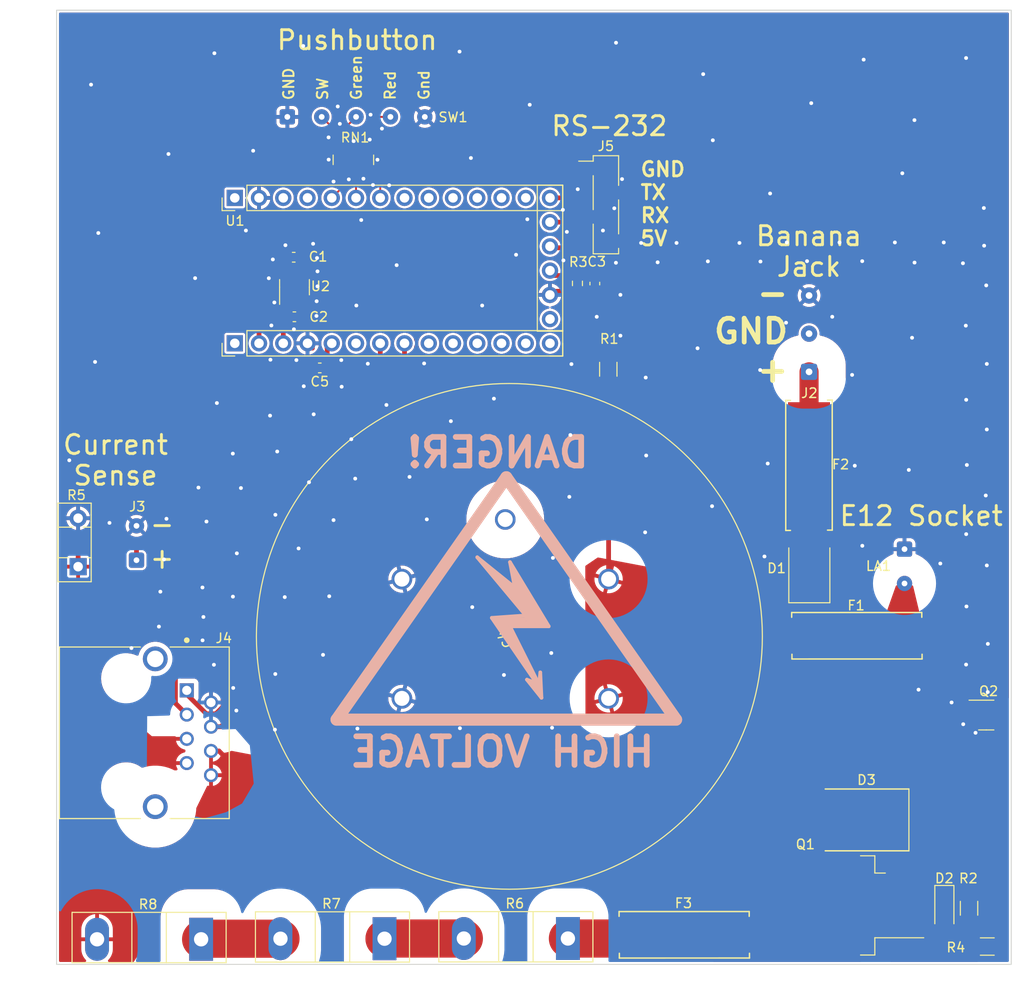
<source format=kicad_pcb>
(kicad_pcb (version 20221018) (generator pcbnew)
  (layers (0 "F.Cu" signal) (31 "B.Cu" signal) (34 "B.Paste" user) (35 "F.Paste" user) (36 "B.SilkS" user "B.Silkscreen") (37 "F.SilkS" user "F.Silkscreen") (38 "B.Mask" user) (39 "F.Mask" user) (44 "Edge.Cuts" user))
  (net 0 "")
  (net 1 "/0-200V")
  (net 2 "GND")
  (net 3 "/Aref")
  (net 4 "Net-(D2-A)")
  (net 6 "+5V")
  (net 7 "/Vsense")
  (net 8 "/Isense")
  (net 14 "+3.3V")
  (net 16 "Net-(D1-A)")
  (net 17 "Net-(D3-A)")
  (net 18 "/Power supply+")
  (net 19 "Earth_Protective")
  (net 20 "/Green_LED")
  (net 21 "/Red_LED")
  (net 24 "+9V")
  (net 25 "/RS-232 Tx")
  (net 26 "/RS-232 Rx")
  (net 27 "/Door safety interlock")
  (net 28 "/Trap door sensor")
  (net 29 "/LED+")
  (net 30 "/LED_trigger")
  (net 31 "/Pushbutton")
  (net 33 "Net-(LA1-R2.1)")
  (net 34 "Net-(F3-Pad1)")
  (net 35 "Net-(Q2-D)")
  (net 36 "Net-(RN1-R1.1)")
  (net 37 "Net-(RN1-R3.1)")
  (net 38 "Net-(RN1-R4.1)")
  (net 39 "Net-(RN1-R5.2)")
  (net 42 "Net-(RN1-R2.2)")
  (net 43 "Net-(R6-Pad2)")
  (net 44 "Net-(R7-Pad2)")
  (footprint "Connector_Wire:SolderWire-0.1sqmm_1x02_P3.6mm_D0.4mm_OD1mm" (layer "F.Cu") (at 28.37 72.64 90)
    (fp_text reference "J3")
    (fp_text value "Conn_Coaxial")
  )
  (footprint "Resistor_SMD:R_0603_1608Metric" (layer "F.Cu") (at 74.56 43.63 -90)
    (fp_text reference "R3")
    (fp_text value "20k")
  )
  (footprint "Package_TO_SOT_THT:TO-247-2_Vertical" (layer "F.Cu") (at 54.35 112.31 180)
    (fp_text reference "R7")
    (fp_text value "10")
  )
  (footprint "Capacitor_SMD:C_0603_1608Metric" (layer "F.Cu") (at 76.38 43.65 -90)
    (fp_text reference "C3")
    (fp_text value "1nF")
  )
  (footprint "Resistor_SMD:R_Array_Convex_8x0602" (layer "F.Cu") (at 51.09 30.68 -90)
    (fp_text reference "RN1")
    (fp_text value "R_Pack08")
  )
  (footprint "Custom footprints:P26_DO-214AA_SMB" (layer "F.Cu") (at 98.85 75.65 90)
    (fp_text reference "D1")
    (fp_text value "D")
  )
  (footprint "Capacitor_SMD:C_0603_1608Metric" (layer "F.Cu") (at 44.91 47.13)
    (fp_text reference "C2")
    (fp_text value "1nF")
  )
  (footprint "Connector_Wire:SolderWire-0.15sqmm_1x03_P4mm_D0.5mm_OD1.5mm" (layer "F.Cu") (at 98.82 52.9 90)
    (fp_text reference "J2")
    (fp_text value "3x Banana Jack")
  )
  (footprint "Diode_SMD:D_SOD-123" (layer "F.Cu") (at 112.995 109.0925 -90)
    (fp_text reference "D2")
    (fp_text value "15V Zener")
  )
  (footprint "Package_TO_SOT_SMD:SOT-23-6" (layer "F.Cu") (at 44.92 44.03 90)
    (fp_text reference "U2")
    (fp_text value "4.096V")
  )
  (footprint "Connector_Wire:SolderWire-0.1sqmm_1x05_P3.6mm_D0.4mm_OD1mm" (layer "F.Cu") (at 44.17 26.18)
    (fp_text reference "SW1")
    (fp_text value "SW_Push_LED")
  )
  (footprint "Package_TO_SOT_SMD:SOT-23-3" (layer "F.Cu") (at 117.38 88.87)
    (fp_text reference "Q2")
    (fp_text value "TN2124")
  )
  (footprint "Custom footprints:SMDJSeries_LTF" (layer "F.Cu") (at 104.7092 99.86 180)
    (fp_text reference "D3")
    (fp_text value "TVS" hide)
  )
  (footprint "Capacitor_SMD:C_0603_1608Metric" (layer "F.Cu") (at 47.57 52.49 180)
    (fp_text reference "C5")
    (fp_text value "1nF")
  )
  (footprint "Package_TO_SOT_THT:TO-126-2_Vertical" (layer "F.Cu") (at 22.255 73.32 90)
    (fp_text reference "R5")
    (fp_text value "1")
  )
  (footprint "Custom footprints:FUSE_OMF250_SCH" (layer "F.Cu") (at 104.42 80.56681 180)
    (fp_text reference "F1")
    (fp_text value "Fuse" hide)
  )
  (footprint "Connector_PinHeader_2.54mm:PinHeader_1x04_P2.54mm_Vertical_SMD_Pin1Left" (layer "F.Cu") (at 77.54 35.39)
    (fp_text reference "J5")
    (fp_text value "Conn_01x04_Pin")
  )
  (footprint "Custom footprints:FUSE_OMF250_SCH" (layer "F.Cu") (at 85.16 111.89319)
    (fp_text reference "F3")
    (fp_text value "Fuse" hide)
  )
  (footprint "Resistor_SMD:R_1206_3216Metric" (layer "F.Cu") (at 117.49 113.13)
    (fp_text reference "R4")
    (fp_text value "100k")
  )
  (footprint "Package_TO_SOT_SMD:TO-263-2" (layer "F.Cu") (at 100.885 108.82 180)
    (fp_text reference "Q1")
    (fp_text value "PMOS")
  )
  (footprint "Custom footprints:FUSE_OMF250_SCH" (layer "F.Cu") (at 98.82 62.1 -90)
    (fp_text reference "F2")
    (fp_text value "Fuse" hide)
  )
  (footprint "Package_TO_SOT_THT:TO-247-2_Vertical" (layer "F.Cu") (at 73.56 112.29 180)
    (fp_text reference "R6")
    (fp_text value "10")
  )
  (footprint "Resistor_SMD:R_1206_3216Metric" (layer "F.Cu") (at 77.79 52.63 90)
    (fp_text reference "R1")
    (fp_text value "1M")
  )
  (footprint "Custom footprints:Itsy Bitsy 32u4" (layer "F.Cu") (at 35.365 48.11 90)
    (fp_text reference "U1")
    (fp_text value "Itsy_Bitsy_32u4")
  )
  (footprint "Custom footprints:ALF20G302KP400" (layer "F.Cu") (at 56.17167 87.12334 120)
    (fp_text reference "C4")
    (fp_text value "3mF")
  )
  (footprint "Resistor_SMD:R_1206_3216Metric" (layer "F.Cu") (at 115.58 109.12 -90)
    (fp_text reference "R2")
    (fp_text value "100k")
  )
  (footprint "Custom footprints:BEL_SS71800-019F" (layer "F.Cu") (at 27.285 90.72825 -90)
    (fp_text reference "J4")
    (fp_text value "8P8C_Shielded")
  )
  (footprint "Package_TO_SOT_THT:TO-247-2_Vertical" (layer "F.Cu") (at 35.14 112.37 180)
    (fp_text reference "R8")
    (fp_text value "10")
  )
  (footprint "Capacitor_SMD:C_0603_1608Metric" (layer "F.Cu") (at 44.84 40.89)
    (fp_text reference "C1")
    (fp_text value "2.2µF")
  )
  (footprint "Connector_Wire:SolderWire-0.1sqmm_1x02_P3.6mm_D0.4mm_OD1mm" (layer "F.Cu") (at 108.82 71.48 -90)
    (fp_text reference "LA1")
    (fp_text value "E12 Socket")
  )
  (footprint "Custom footprints:Symbol_HighVoltage" (layer "B.Cu") (at 67.11 79.19 180)
    (fp_text reference "SYM1" hide)
    (fp_text value "SYM_Flash_Small")
  )
  (gr_rect (start 20 15) (end 120 115) (stroke (width 0.1)) (fill none) (layer "Edge.Cuts"))
  (gr_text "DANGER!" (at 76.06 63.12) (layer "B.SilkS") (effects (font (size 3 3) (thickness 0.6) bold) (justify left bottom mirror)))
  (gr_text "HIGH VOLTAGE" (at 82.93 94.49334) (layer "B.SilkS") (effects (font (size 3 3) (thickness 0.6) bold) (justify left bottom mirror)))
  (gr_text "GND\nTX\nRX\n5V" (at 81.02 39.8) (layer "F.SilkS") (effects (font (size 1.5 1.5) (thickness 0.3)) (justify left bottom)))
  (gr_text "GND\n\nSW\n\nGreen\n\nRed\n\nGnd" (at 59.13 24.53 90) (layer "F.SilkS") (effects (font (size 1.1 1.1) (thickness 0.2) bold) (justify left bottom)))
  (gr_text "Current\nSense" (at 26.17 62.16) (layer "F.SilkS") (effects (font (size 2 2) (thickness 0.3))))
  (gr_text "-\n+" (at 29.62 73.68) (layer "F.SilkS") (effects (font (size 2.2 2) (thickness 0.3)) (justify left bottom)))
  (gr_text "Banana\nJack" (at 98.8 40.28) (layer "F.SilkS") (effects (font (size 2 2) (thickness 0.3))))
  (gr_text "E12 Socket" (at 101.85 69.17) (layer "F.SilkS") (effects (font (size 2 2) (thickness 0.3)) (justify left bottom)))
  (gr_text "-\nGND\n+" (at 96.88 48.65) (layer "F.SilkS") (effects (font (size 2.5 2.5) (thickness 0.5) bold) (justify right)))
  (gr_text "Pushbutton" (at 51.48 18.13) (layer "F.SilkS") (effects (font (size 2 2) (thickness 0.3))))
  (gr_text "RS-232\n" (at 77.9 27.14) (layer "F.SilkS") (effects (font (size 2 2) (thickness 0.3))))
  (segment (start 114.53 107.35) (end 114.4375 107.4425) (width 0.5) (layer "F.Cu") (net 1))
  (segment (start 77.822306 74.62334) (end 77.822306 54.124806) (width 0.5) (layer "F.Cu") (net 1))
  (segment (start 115.58 107.6575) (end 114.8375 107.6575) (width 0.5) (layer "F.Cu") (net 1))
  (segment (start 114.8375 107.6575) (end 114.53 107.35) (width 0.5) (layer "F.Cu") (net 1))
  (segment (start 114.4375 107.4425) (end 112.995 107.4425) (width 0.5) (layer "F.Cu") (net 1))
  (segment (start 77.822306 54.124806) (end 77.79 54.0925) (width 0.5) (layer "F.Cu") (net 1))
  (segment (start 33.148 74.63195) (end 55.14 52.63995) (width 0.5) (layer "F.Cu") (net 2))
  (segment (start 34.548 82.84235) (end 34.548 75.21185) (width 0.5) (layer "F.Cu") (net 2))
  (segment (start 57.7 52.05985) (end 57.7 50.29) (width 0.5) (layer "F.Cu") (net 2))
  (segment (start 45.87 46.945) (end 45.685 47.13) (width 0.5) (layer "F.Cu") (net 2))
  (segment (start 57.685 50.275) (end 57.685 49.49) (width 0.25) (layer "F.Cu") (net 2))
  (segment (start 116.2425 90.7125) (end 116.26 90.73) (width 0.5) (layer "F.Cu") (net 2))
  (segment (start 55.145 48.045) (end 55.21 48.11) (width 0.5) (layer "F.Cu") (net 2))
  (segment (start 57.7 50.29) (end 57.685 50.275) (width 0.25) (layer "F.Cu") (net 2))
  (segment (start 55.29 47.9) (end 57.31 47.9) (width 0.5) (layer "F.Cu") (net 2))
  (segment (start 74.59 44.425) (end 74.56 44.455) (width 0.5) (layer "F.Cu") (net 2))
  (segment (start 44.92 42.8925) (end 44.92 41.585) (width 0.5) (layer "F.Cu") (net 2))
  (segment (start 114.98 89.82) (end 114.97 89.83) (width 0.5) (layer "F.Cu") (net 2))
  (segment (start 55.21 48.11) (end 55.21 49.306522) (width 0.5) (layer "F.Cu") (net 2))
  (segment (start 55.14 50.52) (end 55.14 49.376522) (width 0.2) (layer "F.Cu") (net 2))
  (segment (start 57.78 49.276522) (end 57.685 49.371522) (width 0.5) (layer "F.Cu") (net 2))
  (segment (start 34.548 75.21185) (end 57.7 52.05985) (width 0.5) (layer "F.Cu") (net 2))
  (segment (start 57.31 47.9) (end 57.78 48.37) (width 0.5) (layer "F.Cu") (net 2))
  (segment (start 55.21 49.306522) (end 55.145 49.371522) (width 0.5) (layer "F.Cu") (net 2))
  (segment (start 46.795 50.42) (end 46.285 49.91) (width 0.5) (layer "F.Cu") (net 2))
  (segment (start 44.92 41.585) (end 45.615 40.89) (width 0.5) (layer "F.Cu") (net 2))
  (segment (start 38.14 89.170525) (end 38.5 86.03) (width 0.5) (layer "F.Cu") (net 2))
  (segment (start 55.14 49.376522) (end 55.145 49.371522) (width 0.2) (layer "F.Cu") (net 2))
  (segment (start 45.87 45.1675) (end 45.87 46.945) (width 0.5) (layer "F.Cu") (net 2))
  (segment (start 74.56 44.455) (end 72.06 44.455) (width 0.5) (layer "F.Cu") (net 2))
  (segment (start 38.14 86.392) (end 38.09765 86.392) (width 0.5) (layer "F.Cu") (net 2))
  (segment (start 72.06 44.455) (end 71.675 44.84) (width 0.5) (layer "F.Cu") (net 2))
  (segment (start 57.78 48.37) (end 57.78 49.276522) (width 0.5) (layer "F.Cu") (net 2))
  (segment (start 55.29 47.9) (end 55.145 48.045) (width 0.5) (layer "F.Cu") (net 2))
  (segment (start 116.2425 89.82) (end 116.2425 90.7125) (width 0.5) (layer "F.Cu") (net 2))
  (segment (start 37.217275 90.09325) (end 38.14 89.170525) (width 0.5) (layer "F.Cu") (net 2))
  (segment (start 57.685 49.371522) (end 57.685 49.49) (width 0.5) (layer "F.Cu") (net 2))
  (segment (start 38.5 86.03) (end 38.14 86.392) (width 0.5) (layer "F.Cu") (net 2))
  (segment (start 76.38 44.425) (end 74.59 44.425) (width 0.5) (layer "F.Cu") (net 2))
  (segment (start 45.87 45.1675) (end 44.92 45.1675) (width 0.5) (layer "F.Cu") (net 2))
  (segment (start 36.175 90.09325) (end 37.217275 90.09325) (width 0.5) (layer "F.Cu") (net 2))
  (segment (start 55.14 52.63995) (end 55.14 50.52) (width 0.5) (layer "F.Cu") (net 2))
  (segment (start 44.92 42.8925) (end 44.92 45.1675) (width 0.5) (layer "F.Cu") (net 2))
  (segment (start 38.09765 86.392) (end 34.548 82.84235) (width 0.5) (layer "F.Cu") (net 2))
  (segment (start 116.2425 89.82) (end 114.98 89.82) (width 0.5) (layer "F.Cu") (net 2))
  (via (at 36.48 83.6) (size 0.8) (drill 0.4) (layers "F.Cu" "B.Cu") (net 2))
  (via (at 36.79 56.17) (size 0.8) (drill 0.4) (layers "F.Cu" "B.Cu") (net 2))
  (via (at 71.9 90.2) (size 0.8) (drill 0.4) (layers "F.Cu" "B.Cu") (net 2))
  (via (at 115.28 55.83) (size 0.8) (drill 0.4) (layers "F.Cu" "B.Cu") (net 2))
  (via (at 44.86 48.44) (size 0.8) (drill 0.4) (layers "F.Cu" "B.Cu") (net 2))
  (via (at 45.35 71.41) (size 0.8) (drill 0.4) (layers "F.Cu" "B.Cu") (net 2))
  (via (at 78.6 18.41) (size 0.8) (drill 0.4) (layers "F.Cu" "B.Cu") (net 2))
  (via (at 104.54 20.18) (size 0.8) (drill 0.4) (layers "F.Cu" "B.Cu") (net 2))
  (via (at 117.44 73.19) (size 0.8) (drill 0.4) (layers "F.Cu" "B.Cu") (net 2))
  (via (at 98.61 41.3) (size 0.8) (drill 0.4) (layers "F.Cu" "B.Cu") (net 2))
  (via (at 96.41 47.75) (size 0.8) (drill 0.4) (layers "F.Cu" "B.Cu") (net 2))
  (via (at 94.49 62.51) (size 0.8) (drill 0.4) (layers "F.Cu" "B.Cu") (net 2))
  (via (at 117.33 65.86) (size 0.8) (drill 0.4) (layers "F.Cu" "B.Cu") (net 2))
  (via (at 47.24 45.5) (size 0.8) (drill 0.4) (layers "F.Cu" "B.Cu") (net 2))
  (via (at 58.5 52.02) (size 0.8) (drill 0.4) (layers "F.Cu" "B.Cu") (net 2))
  (via (at 43.11 61.25) (size 0.8) (drill 0.4) (layers "F.Cu" "B.Cu") (net 2))
  (via (at 73.45 38.23) (size 0.8) (drill 0.4) (layers "F.Cu" "B.Cu") (net 2))
  (via (at 38.5 86.03) (size 0.8) (drill 0.4) (layers "F.Cu" "B.Cu") (net 2))
  (via (at 104.4 71.13) (size 0.8) (drill 0.4) (layers "F.Cu" "B.Cu") (net 2))
  (via (at 34.51 43.08) (size 0.8) (drill 0.4) (layers "F.Cu" "B.Cu") (net 2))
  (via (at 113.75 87.55) (size 0.8) (drill 0.4) (layers "F.Cu" "B.Cu") (net 2))
  (via (at 116.26 90.73) (size 0.8) (drill 0.4) (layers "F.Cu" "B.Cu") (net 2))
  (via (at 94.15 72.25) (size 0.8) (drill 0.4) (layers "F.Cu" "B.Cu") (net 2))
  (via (at 21.33 62.17) (size 0.8) (drill 0.4) (layers "F.Cu" "B.Cu") (net 2))
  (via (at 23.61 22.8) (size 0.8) (drill 0.4) (layers "F.Cu" "B.Cu") (net 2))
  (via (at 115.24 48.06) (size 0.8) (drill 0.4) (layers "F.Cu" "B.Cu") (net 2))
  (via (at 49.01 68.44) (size 0.8) (drill 0.4) (layers "F.Cu" "B.Cu") (net 2))
  (via (at 45.83 18.75) (size 0.8) (drill 0.4) (layers "F.Cu" "B.Cu") (net 2))
  (via (at 49.45 25.09) (size 0.8) (drill 0.4) (layers "F.Cu" "B.Cu") (net 2))
  (via (at 79.23 32.7) (size 0.8) (drill 0.4) (layers "F.Cu" "B.Cu") (net 2))
  (via (at 50.87 59.96) (size 0.8) (drill 0.4) (layers "F.Cu" "B.Cu") (net 2))
  (via (at 79.06 44.83) (size 0.8) (drill 0.4) (layers "F.Cu" "B.Cu") (net 2))
  (via (at 115.27 20.01) (size 0.8) (drill 0.4) (layers "F.Cu" "B.Cu") (net 2))
  (via (at 117.44 58.94) (size 0.8) (drill 0.4) (layers "F.Cu" "B.Cu") (net 2))
  (via (at 55.62 41.72) (size 0.8) (drill 0.4) (layers "F.Cu" "B.Cu") (net 2))
  (via (at 56.97 63.91) (size 0.8) (drill 0.4) (layers "F.Cu" "B.Cu") (net 2))
  (via (at 71.99 72.4) (size 0.8) (drill 0.4) (layers "F.Cu" "B.Cu") (net 2))
  (via (at 117.54 86.46) (size 0.8) (drill 0.4) (layers "F.Cu" "B.Cu") (net 2))
  (via (at 58.78 68.36) (size 0.8) (drill 0.4) (layers "F.Cu" "B.Cu") (net 2))
  (via (at 69.56 24.91) (size 0.8) (drill 0.4) (layers "F.Cu" "B.Cu") (net 2))
  (via (at 42.23 43.09) (size 0.8) (drill 0.4) (layers "F.Cu" "B.Cu") (net 2))
  (via (at 36.53 19.51) (size 0.8) (drill 0.4) (layers "F.Cu" "B.Cu") (net 2))
  (via (at 101.25 47.13) (size 0.8) (drill 0.4) (layers "F.Cu" "B.Cu") (net 2))
  (via (at 117.13 35.73) (size 0.8) (drill 0.4) (layers "F.Cu" "B.Cu") (net 2))
  (via (at 24.37 38.35) (size 0.8) (drill 0.4) (layers "F.Cu" "B.Cu") (net 2))
  (via (at 73.71 66) (size 0.8) (drill 0.4) (layers "F.Cu" "B.Cu") (net 2))
  (via (at 76.58 47.13) (size 0.8) (drill 0.4) (layers "F.Cu" "B.Cu") (net 2))
  (via (at 53.14 33.32) (size 0.8) (drill 0.4) (layers "F.Cu" "B.Cu") (net 2))
  (via (at 54.08 27.41) (size 0.8) (drill 0.4) (layers "F.Cu" "B.Cu") (net 2))
  (via (at 35.7 68.59) (size 0.8) (drill 0.4) (layers "F.Cu" "B.Cu") (net 2))
  (via (at 47.22 47.04) (size 0.8) (drill 0.4) (layers "F.Cu" "B.Cu") (net 2))
  (via (at 38.83 88.4) (size 0.8) (drill 0.4) (layers "F.Cu" "B.Cu") (net 2))
  (via (at 104.39 41.3) (size 0.8) (drill 0.4) (layers "F.Cu" "B.Cu") (net 2))
  (via (at 35.38 78.59) (size 0.8) (drill 0.4) (layers "F.Cu" "B.Cu") (net 2))
  (via (at 93.7 52.71) (size 0.8) (drill 0.4) (layers "F.Cu" "B.Cu") (net 2))
  (via (at 88.74 28.63) (size 0.8) (drill 0.4) (layers "F.Cu" "B.Cu") (net 2))
  (via (at 114.94 41.52) (size 0.8) (drill 0.4) (layers "F.Cu" "B.Cu") (net 2))
  (via (at 115.27 83.58) (size 0.8) (drill 0.4) (layers "F.Cu" "B.Cu") (net 2))
  (via (at 49.01 32.96) (size 0.8) (drill 0.4) (layers "F.Cu" "B.Cu") (net 2))
  (via (at 112.57 72.99) (size 0.8) (drill 0.4) (layers "F.Cu" "B.Cu") (net 2))
  (via (at 73.82 59.52) (size 0.8) (drill 0.4) (layers "F.Cu" "B.Cu") (net 2))
  (via (at 51.91 36.99) (size 0.8) (drill 0.4) (layers "F.Cu" "B.Cu") (net 2))
  (via (at 117.16 39.68) (size 0.8) (drill 0.4) (layers "F.Cu" "B.Cu") (net 2))
  (via (at 42.5 48.04) (size 0.8) (drill 0.4) (layers "F.Cu" "B.Cu") (net 2))
  (via (at 24.03 51.86) (size 0.8) (drill 0.4) (layers "F.Cu" "B.Cu") (net 2))
  (via (at 114.97 89.83) (size 0.8) (drill 0.4) (layers "F.Cu" "B.Cu") (net 2))
  (via (at 117.38 43.84) (size 0.8) (drill 0.4) (layers "F.Cu" "B.Cu") (net 2))
  (via (at 66.86 84.67) (size 0.8) (drill 0.4) (layers "F.Cu" "B.Cu") (net 2))
  (via (at 109.27 63.18) (size 0.8) (drill 0.4) (layers "F.Cu" "B.Cu") (net 2))
  (via (at 49.82 51.67) (size 0.8) (drill 0.4) (layers "F.Cu" "B.Cu") (net 2))
  (via (at 43.9 76.51) (size 0.8) (drill 0.4) (layers "F.Cu" "B.Cu") (net 2))
  (via (at 79.06 49.11) (size 0.8) (drill 0.4) (layers "F.Cu" "B.Cu") (net 2))
  (via (at 51.12 28.72) (size 0.8) (drill 0.4) (layers "F.Cu" "B.Cu") (net 2))
  (via (at 93.73 41.34) (size 0.8) (drill 0.4) (layers "F.Cu" "B.Cu") (net 2))
  (via (at 47.91 82.56) (size 0.8) (drill 0.4) (layers "F.Cu" "B.Cu") (net 2))
  (via (at 109.86 26.52) (size 0.8) (drill 0.4) (layers "F.Cu" "B.Cu") (net 2))
  (via (at 34.86 65.03) (size 0.8) (drill 0.4) (layers "F.Cu" "B.Cu") (net 2))
  (via (at 64.58 45.95) (size 0.8) (drill 0.4) (layers "F.Cu" "B.Cu") (net 2))
  (via (at 51.51 90.29) (size 0.8) (drill 0.4) (layers "F.Cu" "B.Cu") (net 2))
  (via (at 35.29 81.04) (size 0.8) (drill 0.4) (layers "F.Cu" "B.Cu") (net 2))
  (via (at 77.23 38.09) (size 0.8) (drill 0.4) (layers "F.Cu" "B.Cu") (net 2))
  (via (at 52.6 52.05) (size 0.8) (drill 0.4) (layers "F.Cu" "B.Cu") (net 2))
  (via (at 31.72 30.07) (size 0.8) (drill 0.4) (layers "F.Cu" "B.Cu") (net 2))
  (via (at 53.61 30.67) (size 0.8) (drill 0.4) (layers "F.Cu" "B.Cu") (net 2))
  (via (at 42.92 67.88) (size 0.8) (drill 0.4) (layers "F.Cu" "B.Cu") (net 2))
  (via (at 42.81 45.63) (size 0.8) (drill 0.4) (layers "F.Cu" "B.Cu") (net 2))
  (via (at 51.4 45.95) (size 0.8) (drill 0.4) (layers "F.Cu" "B.Cu") (net 2))
  (via (at 52.14 32.66) (size 0.8) (drill 0.4) (layers "F.Cu" "B.Cu") (net 2))
  (via (at 47.33 43.94) (size 0.8) (drill 0.4) (layers "F.Cu" "B.Cu") (net 2))
  (via (at 81.76 61.67) (size 0.8) (drill 0.4) (layers "F.Cu" "B.Cu") (net 2))
  (via (at 74.59 33.76) (size 0.8) (drill 0.4) (layers "F.Cu" "B.Cu") (net 2))
  (via (at 103.33 53.22) (size 0.8) (drill 0.4) (layers "F.Cu" "B.Cu") (net 2))
  (via (at 42.91 84.57) (size 0.8) (drill 0.4) (layers "F.Cu" "B.Cu") (net 2))
  (via (at 42.36 57.49) (size 0.8) (drill 0.4) (layers "F.Cu" "B.Cu") (net 2))
  (via (at 47.28 40.97) (size 0.8) (drill 0.4) (layers "F.Cu" "B.Cu") (net 2))
  (via (at 63.4 30.49) (size 0.8) (drill 0.4) (layers "F.Cu" "B.Cu") (net 2))
  (via (at 110.29 86.21) (size 0.8) (drill 0.4) (layers "F.Cu" "B.Cu") (net 2))
  (via (at 39.31 65.08) (size 0.8) (drill 0.4) (layers "F.Cu" "B.Cu") (net 2))
  (via (at 109.61 49.33) (size 0.8) (drill 0.4) (layers "F.Cu" "B.Cu") (net 2))
  (via (at 47.33 42.37) (size 0.8) (drill 0.4) (layers "F.Cu" "B.Cu") (net 2))
  (via (at 30.72 79.6) (size 0.8) (drill 0.4) (layers "F.Cu" "B.Cu") (net 2))
  (via (at 96.49 39.34) (size 0.8) (drill 0.4) (layers "F.Cu" "B.Cu") (net 2))
  (via (at 38.88 71.92) (size 0.8) (drill 0.4) (layers "F.Cu" "B.Cu") (net 2))
  (via (at 42.65 41.12) (size 0.8) (drill 0.4) (layers "F.Cu" "B.Cu") (net 2))
  (via (at 88.22 41.32) (size 0.8) (drill 0.4) (layers "F.Cu" "B.Cu") (net 2))
  (via (at 25.54 68.73) (size 0.8) (drill 0.4) (layers "F.Cu" "B.Cu") (net 2))
  (via (at 45.89 54.41) (size 0.8) (drill 0.4) (layers "F.Cu" "B.Cu") (net 2))
  (via (at 54.55 56.37) (size 0.8) (drill 0.4) (layers "F.Cu" "B.Cu") (net 2))
  (via (at 115.35 62.66) (size 0.8) (drill 0.4) (layers "F.Cu" "B.Cu") (net 2))
  (via (at 94.74 34.21) (size 0.8) (drill 0.4) (layers "F.Cu" "B.Cu") (net 2))
  (via (at 48.49 28.33) (size 0.8) (drill 0.4) (layers "F.Cu" "B.Cu") (net 2))
  (via (at 31.25 72.56) (size 0.8) (drill 0.4) (layers "F.Cu" "B.Cu") (net 2))
  (via (at 30.87 75.94) (size 0.8) (drill 0.4) (layers "F.Cu" "B.Cu") (net 2))
  (via (at 87.14 50.43) (size 0.8) (drill 0.4) (layers "F.Cu" "B.Cu") (net 2))
  (via (at 46.44 64.47) (size 0.8) (drill 0.4) (layers "F.Cu" "B.Cu") (net 2))
  (via (at 109.87 41.45) (size 0.8) (drill 0.4) (layers "F.Cu" "B.Cu") (net 2))
  (via (at 78.42 35.76) (size 0.8) (drill 0.4) (layers "F.Cu" "B.Cu") (net 2))
  (via (at 82.96 41.42) (size 0.8) (drill 0.4) (layers "F.Cu" "B.Cu") (net 2))
  (via (at 91.53 39.39) (size 0.8) (drill 0.4) (layers "F.Cu" "B.Cu") (net 2))
  (via (at 117.55 81.41) (size 0.8) (drill 0.4) (layers "F.Cu" "B.Cu") (net 2))
  (via (at 52.89 25.95) (size 0.8) (drill 0.4) (layers "F.Cu" "B.Cu") (net 2))
  (via (at 107.81 39.34) (size 0.8) (drill 0.4) (layers "F.Cu" "B.Cu") (net 2))
  (via (at 49.86 54.46) (size 0.8) (drill 0.4) (layers "F.Cu" "B.Cu") (net 2))
  (via (at 46.87 39.48) (size 0.8) (drill 0.4) (layers "F.Cu" "B.Cu") (net 2))
  (via (at 61.3 58.07) (size 0.8) (drill 0.4) (layers "F.Cu" "B.Cu") (net 2))
  (via (at 62.21 19.34) (size 0.8) (drill 0.4) (layers "F.Cu" "B.Cu") (net 2))
  (via (at 39.83 38.09) (size 0.8) (drill 0.4) (layers "F.Cu" "B.Cu") (net 2))
  (via (at 62.25 90.25) (size 0.8) (drill 0.4) (layers "F.Cu" "B.Cu") (net 2))
  (via (at 73.93 52.09) (size 0.8) (drill 0.4) (layers "F.Cu" "B.Cu") (net 2))
  (via (at 115.28 69.91) (size 0.8) (drill 0.4) (layers "F.Cu" "B.Cu") (net 2))
  (via (at 78.59 41.47) (size 0.8) (drill 0.4) (layers "F.Cu" "B.Cu") (net 2))
  (via (at 87.73 21.7) (size 0.8) (drill 0.4) (layers "F.Cu" "B.Cu") (net 2))
  (via (at 38.47 76.46) (size 0.8) (drill 0.4) (layers "F.Cu" "B.Cu") (net 2))
  (via (at 81.65 69.72) (size 0.8) (drill 0.4) (layers "F.Cu" "B.Cu") (net 2))
  (via (at 117.44 52.07) (size 0.8) (drill 0.4) (layers "F.Cu" "B.Cu") (net 2))
  (via (at 115.31 77.49) (size 0.8) (drill 0.4) (layers "F.Cu" "B.Cu") (net 2))
  (via (at 65.81 55.71) (size 0.8) (drill 0.4) (layers "F.Cu" "B.Cu") (net 2))
  (via (at 48.5 30.66) (size 0.8) (drill 0.4) (layers "F.Cu" "B.Cu") (net 2))
  (via (at 84.94 39.39) (size 0.8) (drill 0.4) (layers "F.Cu" "B.Cu") (net 2))
  (via (at 42.87 90.4) (size 0.8) (drill 0.4) (layers "F.Cu" "B.Cu") (net 2))
  (via (at 103.61 62.74) (size 0.8) (drill 0.4) (layers "F.Cu" "B.Cu") (net 2))
  (via (at 112.93 39.34) (size 0.8) (drill 0.4) (layers "F.Cu" "B.Cu") (net 2))
  (via (at 81.23 39.39) (size 0.8) (drill 0.4) (layers "F.Cu" "B.Cu") (net 2))
  (via (at 52.8 28.56) (size 0.8) (drill 0.4) (layers "F.Cu" "B.Cu") (net 2))
  (via (at 51.28 64.09) (size 0.8) (drill 0.4) (layers "F.Cu" "B.Cu") (net 2))
  (via (at 35.28 75.5) (size 0.8) (drill 0.4) (layers "F.Cu" "B.Cu") (net 2))
  (via (at 49.67 26.91) (size 0.8) (drill 0.4) (layers "F.Cu" "B.Cu") (net 2))
  (via (at 69.31 36.91) (size 0.8) (drill 0.4) (layers "F.Cu" "B.Cu") (net 2))
  (via (at 81.71 53.5) (size 0.8) (drill 0.4) (layers "F.Cu" "B.Cu") (net 2))
  (via (at 63.54 77.56) (size 0.8) (drill 0.4) (layers "F.Cu" "B.Cu") (net 2))
  (via (at 73.03 35.92) (size 0.8) (drill 0.4) (layers "F.Cu" "B.Cu") (net 2))
  (via (at 108.59 32.09) (size 0.8) (drill 0.4) (layers "F.Cu" "B.Cu") (net 2))
  (via (at 50.61 32.73) (size 0.8) (drill 0.4) (layers "F.Cu" "B.Cu") (net 2))
  (via (at 40.59 29.73) (size 0.8) (drill 0.4) (layers "F.Cu" "B.Cu") (net 2))
  (via (at 71.82 82.37) (size 0.8) (drill 0.4) (layers "F.Cu" "B.Cu") (net 2))
  (via (at 38.46 61.47) (size 0.8) (drill 0.4) (layers "F.Cu" "B.Cu") (net 2))
  (via (at 102.01 39.34) (size 0.8) (drill 0.4) (layers "F.Cu" "B.Cu") (net 2))
  (via (at 46.93 57.35) (size 0.8) (drill 0.4) (layers "F.Cu" "B.Cu") (net 2))
  (via (at 68.13 40.63) (size 0.8) (drill 0.4) (layers "F.Cu" "B.Cu") (net 2))
  (via (at 88.66 66.98) (size 0.8) (drill 0.4) (layers "F.Cu" "B.Cu") (net 2))
  (via (at 27.84 81.85) (size 0.8) (drill 0.4) (layers "F.Cu" "B.Cu") (net 2))
  (via (at 73.09 41.22) (size 0.8) (drill 0.4) (layers "F.Cu" "B.Cu") (net 2))
  (via (at 48.56 76.42) (size 0.8) (drill 0.4) (layers "F.Cu" "B.Cu") (net 2))
  (via (at 43.97 39.63) (size 0.8) (drill 0.4) (layers "F.Cu" "B.Cu") (net 2))
  (via (at 45.12 51.67) (size 0.8) (drill 0.4) (layers "F.Cu" "B.Cu") (net 2))
  (via (at 99.05 24.74) (size 0.8) (drill 0.4) (layers "F.Cu" "B.Cu") (net 2))
  (via (at 31.51 68.3) (size 0.8) (drill 0.4) (layers "F.Cu" "B.Cu") (net 2))
  (via (at 54.84 33.35) (size 0.8) (drill 0.4) (layers "F.Cu" "B.Cu") (net 2))
  (via (at 42.4 51.63) (size 0.8) (drill 0.4) (layers "F.Cu" "B.Cu") (net 2))
  (segment (start 43.745 49.91) (end 43.745 47.52) (width 0.5) (layer "F.Cu") (net 3))
  (segment (start 43.745 47.52) (end 44.135 47.13) (width 0.5) (layer "F.Cu") (net 3))
  (segment (start 43.97 45.1675) (end 43.97 46.965) (width 0.5) (layer "F.Cu") (net 3))
  (segment (start 44.135 49.52) (end 43.745 49.91) (width 0.5) (layer "F.Cu") (net 3))
  (segment (start 43.97 46.965) (end 44.135 47.13) (width 0.5) (layer "F.Cu") (net 3))
  (segment (start 41.205 45.6575) (end 41.205 40.835) (width 0.5) (layer "F.Cu") (net 6))
  (segment (start 43.97 40.985) (end 44.065 40.89) (width 0.2) (layer "F.Cu") (net 6))
  (segment (start 72.213478 38.46) (end 72.223478 38.45) (width 0.2) (layer "F.Cu") (net 6))
  (segment (start 43.97 42.8925) (end 43.97 40.985) (width 0.5) (layer "F.Cu") (net 6))
  (segment (start 43.58 38.46) (end 71.24 38.46) (width 0.5) (layer "F.Cu") (net 6))
  (segment (start 72.223478 38.45) (end 72.973478 39.2) (width 0.5) (layer "F.Cu") (net 6))
  (segment (start 44.065 40.89) (end 44.84 40.115) (width 0.2) (layer "F.Cu") (net 6))
  (segment (start 41.205 40.835) (end 43.58 38.46) (width 0.5) (layer "F.Cu") (net 6))
  (segment (start 46.075 40.115) (end 46.365 40.405) (width 0.2) (layer "F.Cu") (net 6))
  (segment (start 46.365 40.405) (end 46.365 42.3975) (width 0.2) (layer "F.Cu") (net 6))
  (segment (start 72.973478 39.2) (end 79.195 39.2) (width 0.5) (layer "F.Cu") (net 6))
  (segment (start 41.205 49.91) (end 41.205 45.6575) (width 0.5) (layer "F.Cu") (net 6))
  (segment (start 41.205 45.6575) (end 43.97 42.8925) (width 0.5) (layer "F.Cu") (net 6))
  (segment (start 44.84 40.115) (end 46.075 40.115) (width 0.2) (layer "F.Cu") (net 6))
  (segment (start 71.24 38.46) (end 72.213478 38.46) (width 0.2) (layer "F.Cu") (net 6))
  (segment (start 46.365 42.3975) (end 45.87 42.8925) (width 0.2) (layer "F.Cu") (net 6))
  (segment (start 77.79 51.1675) (end 77.79 43.58) (width 0.5) (layer "F.Cu") (net 7))
  (segment (start 72.2 42.805) (end 71.685 42.29) (width 0.5) (layer "F.Cu") (net 7))
  (segment (start 74.63 42.875) (end 74.56 42.805) (width 0.5) (layer "F.Cu") (net 7))
  (segment (start 77.79 43.58) (end 77.085 42.875) (width 0.5) (layer "F.Cu") (net 7))
  (segment (start 77.085 42.875) (end 76.38 42.875) (width 0.5) (layer "F.Cu") (net 7))
  (segment (start 74.56 42.805) (end 72.2 42.805) (width 0.5) (layer "F.Cu") (net 7))
  (segment (start 76.38 42.875) (end 74.63 42.875) (width 0.5) (layer "F.Cu") (net 7))
  (segment (start 28.37 70.98) (end 28.36 70.97) (width 0.5) (layer "F.Cu") (net 8))
  (segment (start 22.255 71.935) (end 23.22 70.97) (width 0.5) (layer "F.Cu") (net 8))
  (segment (start 22.255 73.32) (end 22.255 71.935) (width 0.5) (layer "F.Cu") (net 8))
  (segment (start 30.84 70.97) (end 28.36 70.97) (width 0.5) (layer "F.Cu") (net 8))
  (segment (start 48.345 52.49) (end 48.345 53.465) (width 0.5) (layer "F.Cu") (net 8))
  (segment (start 22.3 73.32) (end 22.255 73.32) (width 0.5) (layer "F.Cu") (net 8))
  (segment (start 48.345 53.465) (end 48.085 53.725) (width 0.5) (layer "F.Cu") (net 8))
  (segment (start 30.84 70.97) (end 48.085 53.725) (width 0.5) (layer "F.Cu") (net 8))
  (segment (start 48.345 50.39) (end 48.825 49.91) (width 0.5) (layer "F.Cu") (net 8))
  (segment (start 28.37 72.64) (end 28.37 70.98) (width 0.5) (layer "F.Cu") (net 8))
  (segment (start 23.22 70.97) (end 28.36 70.97) (width 0.5) (layer "F.Cu") (net 8))
  (segment (start 48.345 52.49) (end 48.345 50.39) (width 0.5) (layer "F.Cu") (net 8))
  (segment (start 98.82 67.4834) (end 98.85 67.5134) (width 2) (layer "F.Cu") (net 16))
  (segment (start 98.85 67.5134) (end 98.85 70.88) (width 2) (layer "F.Cu") (net 16))
  (segment (start 98.82 52.9) (end 98.82 57.8836) (width 2) (layer "F.Cu") (net 18))
  (segment (start 51.365 31.605) (end 51.34 31.58) (width 0.2) (layer "F.Cu") (net 20))
  (segment (start 51.365 34.67) (end 51.365 31.605) (width 0.2) (layer "F.Cu") (net 20))
  (segment (start 53.905 34.67) (end 53.905 32.645) (width 0.2) (layer "F.Cu") (net 21))
  (segment (start 53.905 32.645) (end 52.84 31.58) (width 0.2) (layer "F.Cu") (net 21))
  (segment (start 78.645 34.67) (end 79.195 34.12) (width 0.5) (layer "F.Cu") (net 25))
  (segment (start 71.685 34.67) (end 78.645 34.67) (width 0.5) (layer "F.Cu") (net 25))
  (segment (start 75.335 37.21) (end 75.885 36.66) (width 0.5) (layer "F.Cu") (net 26))
  (segment (start 71.685 37.21) (end 75.335 37.21) (width 0.5) (layer "F.Cu") (net 26))
  (segment (start 37.44 86.7243) (end 37.44 87.98) (width 0.5) (layer "F.Cu") (net 27))
  (segment (start 33.848 74.9219) (end 33.848 82.86) (width 0.5) (layer "F.Cu") (net 27))
  (segment (start 33.848 83.1323) (end 33.848 82.86) (width 0.5) (layer "F.Cu") (net 27))
  (segment (start 35.0357 84.32) (end 37.44 86.7243) (width 0.5) (layer "F.Cu") (net 27))
  (segment (start 56.445 49.91) (end 56.445 52.3249) (width 0.5) (layer "F.Cu") (net 27))
  (segment (start 35.683328 88.74025) (end 33.635 86.691922) (width 0.5) (layer "F.Cu") (net 27))
  (segment (start 37.44 87.98) (end 36.67975 88.74025) (width 0.5) (layer "F.Cu") (net 27))
  (segment (start 56.445 52.3249) (end 33.848 74.9219) (width 0.5) (layer "F.Cu") (net 27))
  (segment (start 35.0357 84.32) (end 33.848 83.1323) (width 0.5) (layer "F.Cu") (net 27))
  (segment (start 36.67975 88.74025) (end 35.683328 88.74025) (width 0.5) (layer "F.Cu") (net 27))
  (segment (start 33.635 86.691922) (end 33.635 86.28325) (width 0.5) (layer "F.Cu") (net 27))
  (segment (start 32.448 74.342) (end 32.448 87.63625) (width 0.5) (layer "F.Cu") (net 28))
  (segment (start 32.448 87.63625) (end 33.635 88.82325) (width 0.5) (layer "F.Cu") (net 28))
  (segment (start 53.905 52.885) (end 32.448 74.342) (width 0.5) (layer "F.Cu") (net 28))
  (segment (start 53.905 49.91) (end 53.905 52.885) (width 0.5) (layer "F.Cu") (net 28))
  (segment (start 36.175 92.63325) (end 37.00325 92.63325) (width 0.5) (layer "F.Cu") (net 29))
  (segment (start 37.00325 92.63325) (end 37.65 93.28) (width 0.5) (layer "F.Cu") (net 29))
  (segment (start 116.2425 87.92) (end 116.2425 40.3375) (width 0.5) (layer "F.Cu") (net 30))
  (segment (start 74.34 39.9) (end 71.835 39.9) (width 0.5) (layer "F.Cu") (net 30))
  (segment (start 71.835 39.9) (end 71.685 39.75) (width 0.5) (layer "F.Cu") (net 30))
  (segment (start 116.25 40.33) (end 74.77 40.33) (width 0.5) (layer "F.Cu") (net 30))
  (segment (start 74.77 40.33) (end 74.34 39.9) (width 0.5) (layer "F.Cu") (net 30))
  (segment (start 116.2425 40.3375) (end 116.25 40.33) (width 0.5) (layer "F.Cu") (net 30))
  (segment (start 49.84 29.78) (end 49.89 29.73) (width 0.2) (layer "F.Cu") (net 31))
  (segment (start 49.84 33.655) (end 49.84 31.58) (width 0.2) (layer "F.Cu") (net 31))
  (segment (start 49.89 28.3) (end 47.77 26.18) (width 0.2) (layer "F.Cu") (net 31))
  (segment (start 49.89 29.73) (end 49.89 28.3) (width 0.2) (layer "F.Cu") (net 31))
  (segment (start 48.825 34.67) (end 49.84 33.655) (width 0.2) (layer "F.Cu") (net 31))
  (segment (start 49.84 31.58) (end 49.84 29.78) (width 0.2) (layer "F.Cu") (net 31))
  (segment (start 108.82 80.38321) (end 108.6364 80.56681) (width 1) (layer "F.Cu") (net 33))
  (segment (start 80.34679 112.29) (end 80.7436 111.89319) (width 4) (layer "F.Cu") (net 34))
  (segment (start 73.56 112.29) (end 80.34679 112.29) (width 4) (layer "F.Cu") (net 34))
  (segment (start 118.9525 113.13) (end 118.9525 89.305) (width 0.5) (layer "F.Cu") (net 35))
  (segment (start 118.9525 89.305) (end 118.5175 88.87) (width 0.5) (layer "F.Cu") (net 35))
  (segment (start 118.9525 113.13) (end 118.7775 112.955) (width 0.5) (layer "F.Cu") (net 35))
  (segment (start 52.84 29.78) (end 52.34 29.78) (width 0.2) (layer "F.Cu") (net 36))
  (segment (start 53.83863 26.18) (end 54.97 26.18) (width 0.2) (layer "F.Cu") (net 37))
  (segment (start 51.84 29.78) (end 51.84 28.17863) (width 0.2) (layer "F.Cu") (net 37))
  (segment (start 51.84 28.17863) (end 53.83863 26.18) (width 0.2) (layer "F.Cu") (net 37))
  (segment (start 51.34 29.78) (end 50.84 29.78) (width 0.2) (layer "F.Cu") (net 38))
  (segment (start 50.84 31.58) (end 50.34 31.58) (width 0.2) (layer "F.Cu") (net 39))
  (segment (start 50.39 29.73) (end 50.39 27.16) (width 0.2) (layer "F.Cu") (net 39))
  (segment (start 50.39 27.16) (end 51.37 26.18) (width 0.2) (layer "F.Cu") (net 39))
  (segment (start 50.34 29.78) (end 50.39 29.73) (width 0.2) (layer "F.Cu") (net 39))
  (segment (start 50.34 31.58) (end 50.34 29.78) (width 0.2) (layer "F.Cu") (net 39))
  (segment (start 52.34 31.58) (end 51.84 31.58) (width 0.2) (layer "F.Cu") (net 42))
  (segment (start 62.66 112.29) (end 54.37 112.29) (width 4) (layer "F.Cu") (net 43))
  (segment (start 54.37 112.29) (end 54.35 112.31) (width 4) (layer "F.Cu") (net 43))
  (segment (start 35.2 112.31) (end 35.14 112.37) (width 4) (layer "F.Cu") (net 44))
  (segment (start 43.45 112.31) (end 35.2 112.31) (width 4) (layer "F.Cu") (net 44))
  (zone (net 0) (net_name "") (layer "F.Cu") (connect_pads yes (clearance 0)) (min_thickness 0.25)
    (keepout (tracks not_allowed) (vias not_allowed) (pads not_allowed) (copperpour not_allowed) (footprints allowed))
    (fill (thermal_gap 0.4) (thermal_bridge_width 0.4))
    (polygon (pts (xy 74.4 54.13) (xy 74.31 72.3) (xy 81.18 72.19) (xy 81.19 54.05)))
  )
  (zone (net 1) (net_name "/0-200V") (layer "F.Cu") (priority 4) (connect_pads yes (clearance 2.8)) (min_thickness 0.25) (fill yes (thermal_gap 0.4) (thermal_bridge_width 0.4))
    (polygon (pts (xy 75.38 73.24) (xy 76.688371 72.348638) (xy 97.64 76.3) (xy 100.07 74.9) (xy 100.8366 82.76681) (xy 116.45 95.47) (xy 116.43 108.21) (xy 112.51 107.88) (xy 106.36 106.73) (xy 108.7224 101.511) (xy 108.7224 98.209) (xy 105.12 93.88) (xy 75.4 89.17)))
  )
  (zone (net 29) (net_name "/LED+") (layer "F.Cu") (priority 10) (connect_pads (clearance 2.5)) (min_thickness 0.25) (fill yes (thermal_gap 0.4) (thermal_bridge_width 0.4))
    (polygon (pts (xy 41.36 93.2) (xy 37.5 92.46) (xy 35.98 92.46) (xy 35.97 95.89) (xy 33 101.95) (xy 19.95 101.98) (xy 19.91 115.02) (xy 27.83 115.13) (xy 32.25 108.3) (xy 41.33 106.48)))
  )
  (zone (net 33) (net_name "Net-(LA1-R2.1)") (layer "F.Cu") (priority 5) (connect_pads yes (clearance 3)) (min_thickness 0.25) (fill yes (thermal_gap 0.4) (thermal_bridge_width 0.4))
    (polygon (pts (xy 108.03 75) (xy 106.8364 78.36681) (xy 106.8364 82.76681) (xy 110.45 82.76) (xy 110.44 78.36) (xy 109.64 75.01)))
  )
  (zone (net 0) (net_name "") (layer "F.Cu") (connect_pads yes (clearance 0)) (min_thickness 0.25)
    (keepout (tracks not_allowed) (vias not_allowed) (pads not_allowed) (copperpour not_allowed) (footprints allowed))
    (fill (thermal_gap 0.4) (thermal_bridge_width 0.4))
    (polygon (pts (xy 96.56 70.69) (xy 97.63 70.68) (xy 97.64 72.1) (xy 100.07 72.08) (xy 100.07 70.7) (xy 101.12 70.69) (xy 101.1 76.3) (xy 100.07 76.3) (xy 100.07 74.9) (xy 97.64 74.9) (xy 97.64 76.3) (xy 96.55 76.3)))
  )
  (zone (net 17) (net_name "Net-(D3-A)") (layer "F.Cu") (priority 8) (connect_pads yes (clearance 3)) (min_thickness 0.25) (fill yes (thermal_gap 0.5) (thermal_bridge_width 0.5))
    (polygon (pts (xy 104.3 114.96) (xy 104.25 98.12) (xy 77.76 93.8) (xy 44.2 93.87) (xy 44.238498 106.60999) (xy 88.599171 106.679929) (xy 88.73 114.96)))
  )
  (zone (net 4) (net_name "Net-(D2-A)") (layer "F.Cu") (priority 1) (connect_pads yes (clearance 2)) (min_thickness 0.25) (fill yes (thermal_gap 0.5) (thermal_bridge_width 0.5))
    (polygon (pts (xy 106.65 115.05) (xy 116.6 115.07) (xy 116.6 112.43) (xy 116.56 110.02) (xy 114.78 110) (xy 106.66 111.01)))
  )
  (zone (net 8) (net_name "/Isense") (layer "F.Cu") (priority 3) (connect_pads (clearance 2)) (min_thickness 0.25) (fill yes (thermal_gap 0.4) (thermal_bridge_width 0.4))
    (polygon (pts (xy 33.89 94.67) (xy 19.56 94.66) (xy 19.59 72.43) (xy 26.92 72.42) (xy 26.93 77.68) (xy 25.13 81.07) (xy 25.09 86.92) (xy 29.98 91.09) (xy 33.9 91.09)))
  )
  (zone (net 2) (net_name "GND") (layers "F&B.Cu") (connect_pads (clearance 0.25)) (min_thickness 0.25) (fill yes (thermal_gap 0.35) (thermal_bridge_width 0.4))
    (polygon (pts (xy 19.13 14.2) (xy 18.59 116.84) (xy 121.36 116.43) (xy 120.82 13.93)))
  )
  (zone (net 0) (net_name "") (layers "F.Cu" "F.SilkS") (connect_pads (clearance 0)) (min_thickness 0.25)
    (keepout (tracks allowed) (vias allowed) (pads allowed) (copperpour not_allowed) (footprints allowed))
    (fill (thermal_gap 0.4) (thermal_bridge_width 0.4))
    (polygon (pts (xy 102.63 71.42) (xy 106.86 72.42) (xy 106.26 79.53) (xy 101.33 79.68)))
  )
  (zone (net 0) (net_name "") (layers "F.Cu" "F.SilkS") (connect_pads yes (clearance 0)) (min_thickness 0.25)
    (keepout (tracks allowed) (vias allowed) (pads allowed) (copperpour not_allowed) (footprints allowed))
    (fill (thermal_gap 0.4) (thermal_bridge_width 0.4))
    (polygon (pts (xy 116.91 89.54) (xy 116.61 115.02) (xy 120.17 115.17) (xy 120.04 89.46)))
  )
  (zone (net 0) (net_name "") (layer "B.Cu") (connect_pads (clearance 0)) (min_thickness 0.25)
    (keepout (tracks allowed) (vias allowed) (pads allowed) (copperpour not_allowed) (footprints allowed))
    (fill (thermal_gap 0.4) (thermal_bridge_width 0.4))
    (polygon (pts (xy 32.98 88.88) (xy 33.050047 90.441693) (xy 35.95 90.43) (xy 37.15 90.4) (xy 38.75 90.34) (xy 40.24 92.05) (xy 40.65 96.06) (xy 39.43 98.14) (xy 37.76 99.05) (xy 35.45 99.7) (xy 33.12 99.17) (xy 29.43 97.87) (xy 29.49 88.99)))
  )
)
</source>
